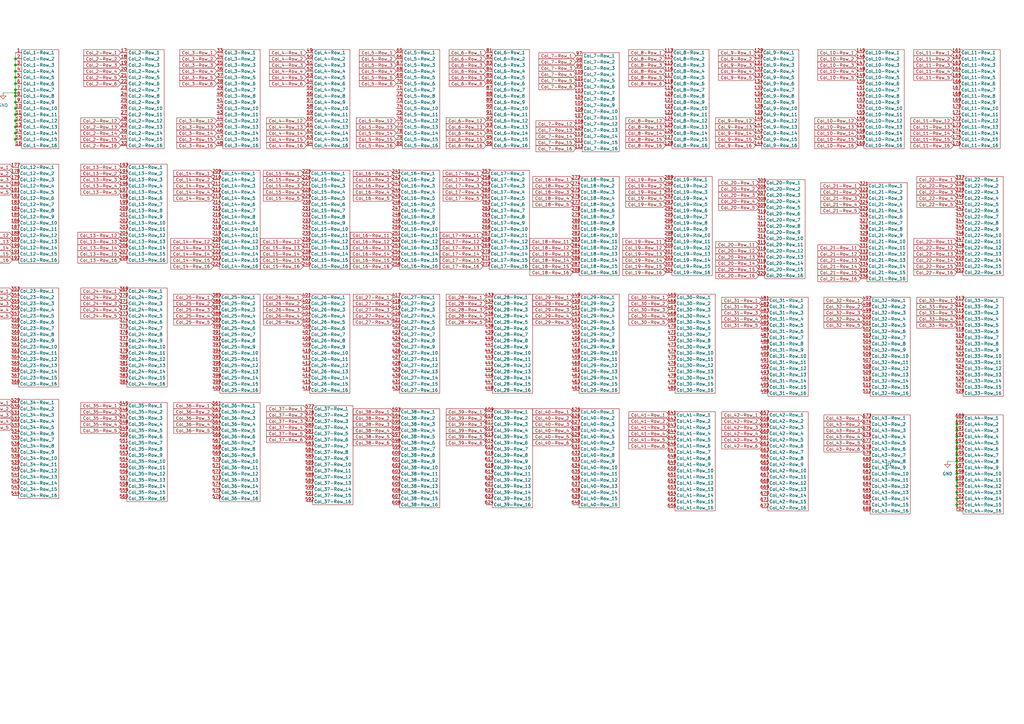
<source format=kicad_sch>
(kicad_sch (version 20231120) (generator "eeschema") (generator_version "8.0")
  (paper "A3")
  (junction (at 392.43 194.31))
  (junction (at 6.35 49.53))
  (junction (at 392.43 186.69))
  (junction (at 392.43 191.77))
  (junction (at 392.43 201.93))
  (junction (at 6.35 24.13))
  (junction (at 6.35 39.37))
  (junction (at 392.43 179.07))
  (junction (at 6.35 26.67))
  (junction (at 392.43 181.61))
  (junction (at 6.35 41.91))
  (junction (at 392.43 207.01))
  (junction (at 392.43 189.23))
  (junction (at 392.43 196.85))
  (junction (at 6.35 52.07))
  (junction (at 392.43 184.15))
  (junction (at 6.35 36.83))
  (junction (at 6.35 46.99))
  (junction (at 392.43 176.53))
  (junction (at 392.43 173.99))
  (junction (at 6.35 34.29))
  (junction (at 6.35 29.21))
  (junction (at 6.35 57.15))
  (junction (at 6.35 44.45))
  (junction (at 6.35 38.1))
  (junction (at 6.35 54.61))
  (junction (at 392.43 204.47))
  (junction (at 6.35 31.75))
  (junction (at 392.43 199.39))
  (wire (pts (xy 6.35 39.37) (xy 6.35 41.91)))
  (wire (pts (xy 392.43 179.07) (xy 392.43 181.61)))
  (wire (pts (xy 6.35 21.59) (xy 6.35 24.13)))
  (wire (pts (xy 392.43 181.61) (xy 392.43 184.15)))
  (wire (pts (xy 388.62 189.23) (xy 392.43 189.23)))
  (wire (pts (xy 392.43 184.15) (xy 392.43 186.69)))
  (wire (pts (xy 6.35 49.53) (xy 6.35 52.07)))
  (wire (pts (xy 6.35 57.15) (xy 6.35 59.69)))
  (wire (pts (xy 392.43 173.99) (xy 392.43 176.53)))
  (wire (pts (xy 392.43 194.31) (xy 392.43 196.85)))
  (wire (pts (xy 6.35 36.83) (xy 6.35 38.1)))
  (wire (pts (xy 6.35 54.61) (xy 6.35 57.15)))
  (wire (pts (xy 6.35 41.91) (xy 6.35 44.45)))
  (wire (pts (xy 392.43 201.93) (xy 392.43 204.47)))
  (wire (pts (xy 392.43 176.53) (xy 392.43 179.07)))
  (wire (pts (xy 6.35 38.1) (xy 6.35 39.37)))
  (wire (pts (xy 6.35 26.67) (xy 6.35 29.21)))
  (wire (pts (xy 6.35 31.75) (xy 6.35 34.29)))
  (wire (pts (xy 392.43 207.01) (xy 392.43 209.55)))
  (wire (pts (xy 392.43 171.45) (xy 392.43 173.99)))
  (wire (pts (xy 6.35 46.99) (xy 6.35 49.53)))
  (wire (pts (xy 6.35 24.13) (xy 6.35 26.67)))
  (wire (pts (xy 6.35 29.21) (xy 6.35 31.75)))
  (wire (pts (xy 392.43 186.69) (xy 392.43 189.23)))
  (wire (pts (xy 392.43 191.77) (xy 392.43 194.31)))
  (wire (pts (xy 6.35 34.29) (xy 6.35 36.83)))
  (wire (pts (xy 392.43 204.47) (xy 392.43 207.01)))
  (wire (pts (xy 6.35 38.1) (xy 1.27 38.1)))
  (wire (pts (xy 392.43 196.85) (xy 392.43 199.39)))
  (wire (pts (xy 6.35 44.45) (xy 6.35 46.99)))
  (wire (pts (xy 392.43 199.39) (xy 392.43 201.93)))
  (wire (pts (xy 6.35 52.07) (xy 6.35 54.61)))
  (wire (pts (xy 392.43 189.23) (xy 392.43 191.77)))
  (global_label "Col_33-Row_3" (shape input) (at 392.43 128.27 180) (property "Intersheetrefs" "${INTERSHEET_REFS}" (effects (hide yes))))
  (global_label "Col_21-Row_1" (shape input) (at 353.06 76.2 180) (property "Intersheetrefs" "${INTERSHEET_REFS}" (effects (hide yes))))
  (global_label "Col_13-Row_14" (shape input) (at 49.53 101.6 180) (property "Intersheetrefs" "${INTERSHEET_REFS}" (effects (hide yes))))
  (global_label "Col_3-Row_1" (shape input) (at 88.9 21.59 180) (property "Intersheetrefs" "${INTERSHEET_REFS}" (effects (hide yes))))
  (global_label "Col_4-Row_2" (shape input) (at 125.73 24.13 180) (property "Intersheetrefs" "${INTERSHEET_REFS}" (effects (hide yes))))
  (global_label "Col_26-Row_4" (shape input) (at 124.46 129.54 180) (property "Intersheetrefs" "${INTERSHEET_REFS}" (effects (hide yes))))
  (global_label "Col_23-Row_2" (shape input) (at 5.08 121.92 180) (property "Intersheetrefs" "${INTERSHEET_REFS}" (effects (hide yes))))
  (global_label "Col_17-Row_12" (shape input) (at 198.12 99.06 180) (property "Intersheetrefs" "${INTERSHEET_REFS}" (effects (hide yes))))
  (global_label "Col_12-Row_5" (shape input) (at 5.08 78.74 180) (property "Intersheetrefs" "${INTERSHEET_REFS}" (effects (hide yes))))
  (global_label "Col_21-Row_2" (shape input) (at 353.06 78.74 180) (property "Intersheetrefs" "${INTERSHEET_REFS}" (effects (hide yes))))
  (global_label "Col_7-Row_16" (shape input) (at 236.22 60.96 180) (property "Intersheetrefs" "${INTERSHEET_REFS}" (effects (hide yes))))
  (global_label "Col_22-Row_14" (shape input) (at 392.43 106.68 180) (property "Intersheetrefs" "${INTERSHEET_REFS}" (effects (hide yes))))
  (global_label "Col_37-Row_4" (shape input) (at 125.73 175.26 180) (property "Intersheetrefs" "${INTERSHEET_REFS}" (effects (hide yes))))
  (global_label "Col_11-Row_2" (shape input) (at 391.16 24.13 180) (property "Intersheetrefs" "${INTERSHEET_REFS}" (effects (hide yes))))
  (global_label "Col_20-Row_2" (shape input) (at 311.15 77.47 180) (property "Intersheetrefs" "${INTERSHEET_REFS}" (effects (hide yes))))
  (global_label "Col_10-Row_1" (shape input) (at 351.79 21.59 180) (property "Intersheetrefs" "${INTERSHEET_REFS}" (effects (hide yes))))
  (global_label "Col_10-Row_4" (shape input) (at 351.79 29.21 180) (property "Intersheetrefs" "${INTERSHEET_REFS}" (effects (hide yes))))
  (global_label "Col_20-Row_16" (shape input) (at 311.15 113.03 180) (property "Intersheetrefs" "${INTERSHEET_REFS}" (effects (hide yes))))
  (global_label "Col_8-Row_2" (shape input) (at 273.05 24.13 180) (property "Intersheetrefs" "${INTERSHEET_REFS}" (effects (hide yes))))
  (global_label "Col_22-Row_16" (shape input) (at 392.43 111.76 180) (property "Intersheetrefs" "${INTERSHEET_REFS}" (effects (hide yes))))
  (global_label "Col_22-Row_1" (shape input) (at 392.43 73.66 180) (property "Intersheetrefs" "${INTERSHEET_REFS}" (effects (hide yes))))
  (global_label "Col_32-Row_1" (shape input) (at 354.33 123.19 180) (property "Intersheetrefs" "${INTERSHEET_REFS}" (effects (hide yes))))
  (global_label "Col_30-Row_4" (shape input) (at 274.32 129.54 180) (property "Intersheetrefs" "${INTERSHEET_REFS}" (effects (hide yes))))
  (global_label "Col_20-Row_5" (shape input) (at 311.15 85.09 180) (property "Intersheetrefs" "${INTERSHEET_REFS}" (effects (hide yes))))
  (global_label "Col_24-Row_1" (shape input) (at 49.53 119.38 180) (property "Intersheetrefs" "${INTERSHEET_REFS}" (effects (hide yes))))
  (global_label "Col_6-Row_16" (shape input) (at 199.39 59.69 180) (property "Intersheetrefs" "${INTERSHEET_REFS}" (effects (hide yes))))
  (global_label "Col_5-Row_5" (shape input) (at 162.56 31.75 180) (property "Intersheetrefs" "${INTERSHEET_REFS}" (effects (hide yes))))
  (global_label "Col_18-Row_1" (shape input) (at 234.95 73.66 180) (property "Intersheetrefs" "${INTERSHEET_REFS}" (effects (hide yes))))
  (global_label "Col_32-Row_5" (shape input) (at 354.33 133.35 180) (property "Intersheetrefs" "${INTERSHEET_REFS}" (effects (hide yes))))
  (global_label "Col_32-Row_2" (shape input) (at 354.33 125.73 180) (property "Intersheetrefs" "${INTERSHEET_REFS}" (effects (hide yes))))
  (global_label "Col_26-Row_5" (shape input) (at 124.46 132.08 180) (property "Intersheetrefs" "${INTERSHEET_REFS}" (effects (hide yes))))
  (global_label "Col_23-Row_3" (shape input) (at 5.08 124.46 180) (property "Intersheetrefs" "${INTERSHEET_REFS}" (effects (hide yes))))
  (global_label "Col_10-Row_3" (shape input) (at 351.79 26.67 180) (property "Intersheetrefs" "${INTERSHEET_REFS}" (effects (hide yes))))
  (global_label "Col_18-Row_11" (shape input) (at 234.95 99.06 180) (property "Intersheetrefs" "${INTERSHEET_REFS}" (effects (hide yes))))
  (global_label "Col_7-Row_2" (shape input) (at 236.22 25.4 180) (property "Intersheetrefs" "${INTERSHEET_REFS}" (effects (hide yes))))
  (global_label "Col_42-Row_2" (shape input) (at 312.42 172.72 180) (property "Intersheetrefs" "${INTERSHEET_REFS}" (effects (hide yes))))
  (global_label "Col_9-Row_12" (shape input) (at 309.88 49.53 180) (property "Intersheetrefs" "${INTERSHEET_REFS}" (effects (hide yes))))
  (global_label "Col_34-Row_2" (shape input) (at 5.08 167.64 180) (property "Intersheetrefs" "${INTERSHEET_REFS}" (effects (hide yes))))
  (global_label "Col_43-Row_4" (shape input) (at 354.33 179.07 180) (property "Intersheetrefs" "${INTERSHEET_REFS}" (effects (hide yes))))
  (global_label "Col_39-Row_1" (shape input) (at 199.39 168.91 180) (property "Intersheetrefs" "${INTERSHEET_REFS}" (effects (hide yes))))
  (global_label "Col_4-Row_5" (shape input) (at 125.73 31.75 180) (property "Intersheetrefs" "${INTERSHEET_REFS}" (effects (hide yes))))
  (global_label "Col_39-Row_3" (shape input) (at 199.39 173.99 180) (property "Intersheetrefs" "${INTERSHEET_REFS}" (effects (hide yes))))
  (global_label "Col_21-Row_16" (shape input) (at 353.06 114.3 180) (property "Intersheetrefs" "${INTERSHEET_REFS}" (effects (hide yes))))
  (global_label "Col_21-Row_12" (shape input) (at 353.06 104.14 180) (property "Intersheetrefs" "${INTERSHEET_REFS}" (effects (hide yes))))
  (global_label "Col_33-Row_2" (shape input) (at 392.43 125.73 180) (property "Intersheetrefs" "${INTERSHEET_REFS}" (effects (hide yes))))
  (global_label "Col_4-Row_12" (shape input) (at 125.73 49.53 180) (property "Intersheetrefs" "${INTERSHEET_REFS}" (effects (hide yes))))
  (global_label "Col_19-Row_3" (shape input) (at 273.05 73.66 180) (property "Intersheetrefs" "${INTERSHEET_REFS}" (effects (hide yes))))
  (global_label "Col_17-Row_2" (shape input) (at 198.12 73.66 180) (property "Intersheetrefs" "${INTERSHEET_REFS}" (effects (hide yes))))
  (global_label "Col_18-Row_2" (shape input) (at 234.95 76.2 180) (property "Intersheetrefs" "${INTERSHEET_REFS}" (effects (hide yes))))
  (global_label "Col_9-Row_1" (shape input) (at 309.88 21.59 180) (property "Intersheetrefs" "${INTERSHEET_REFS}" (effects (hide yes))))
  (global_label "Col_7-Row_6" (shape input) (at 236.22 35.56 180) (property "Intersheetrefs" "${INTERSHEET_REFS}" (effects (hide yes))))
  (global_label "Col_32-Row_4" (shape input) (at 354.33 130.81 180) (property "Intersheetrefs" "${INTERSHEET_REFS}" (effects (hide yes))))
  (global_label "Col_15-Row_13" (shape input) (at 124.46 101.6 180) (property "Intersheetrefs" "${INTERSHEET_REFS}" (effects (hide yes))))
  (global_label "Col_5-Row_12" (shape input) (at 162.56 49.53 180) (property "Intersheetrefs" "${INTERSHEET_REFS}" (effects (hide yes))))
  (global_label "Col_17-Row_5" (shape input) (at 198.12 81.28 180) (property "Intersheetrefs" "${INTERSHEET_REFS}" (effects (hide yes))))
  (global_label "Col_12-Row_2" (shape input) (at 5.08 71.12 180) (property "Intersheetrefs" "${INTERSHEET_REFS}" (effects (hide yes))))
  (global_label "Col_20-Row_15" (shape input) (at 311.15 110.49 180) (property "Intersheetrefs" "${INTERSHEET_REFS}" (effects (hide yes))))
  (global_label "Col_35-Row_2" (shape input) (at 49.53 168.91 180) (property "Intersheetrefs" "${INTERSHEET_REFS}" (effects (hide yes))))
  (global_label "Col_29-Row_4" (shape input) (at 234.95 129.54 180) (property "Intersheetrefs" "${INTERSHEET_REFS}" (effects (hide yes))))
  (global_label "Col_39-Row_6" (shape input) (at 199.39 181.61 180) (property "Intersheetrefs" "${INTERSHEET_REFS}" (effects (hide yes))))
  (global_label "Col_14-Row_3" (shape input) (at 87.63 76.2 180) (property "Intersheetrefs" "${INTERSHEET_REFS}" (effects (hide yes))))
  (global_label "Col_3-Row_4" (shape input) (at 88.9 29.21 180) (property "Intersheetrefs" "${INTERSHEET_REFS}" (effects (hide yes))))
  (global_label "Col_13-Row_16" (shape input) (at 49.53 106.68 180) (property "Intersheetrefs" "${INTERSHEET_REFS}" (effects (hide yes))))
  (global_label "Col_18-Row_3" (shape input) (at 234.95 78.74 180) (property "Intersheetrefs" "${INTERSHEET_REFS}" (effects (hide yes))))
  (global_label "Col_8-Row_4" (shape input) (at 273.05 29.21 180) (property "Intersheetrefs" "${INTERSHEET_REFS}" (effects (hide yes))))
  (global_label "Col_26-Row_1" (shape input) (at 124.46 121.92 180) (property "Intersheetrefs" "${INTERSHEET_REFS}" (effects (hide yes))))
  (global_label "Col_10-Row_13" (shape input) (at 351.79 52.07 180) (property "Intersheetrefs" "${INTERSHEET_REFS}" (effects (hide yes))))
  (global_label "Col_37-Row_1" (shape input) (at 125.73 167.64 180) (property "Intersheetrefs" "${INTERSHEET_REFS}" (effects (hide yes))))
  (global_label "Col_7-Row_3" (shape input) (at 236.22 27.94 180) (property "Intersheetrefs" "${INTERSHEET_REFS}" (effects (hide yes))))
  (global_label "Col_42-Row_4" (shape input) (at 312.42 177.8 180) (property "Intersheetrefs" "${INTERSHEET_REFS}" (effects (hide yes))))
  (global_label "Col_9-Row_4" (shape input) (at 309.88 29.21 180) (property "Intersheetrefs" "${INTERSHEET_REFS}" (effects (hide yes))))
  (global_label "Col_12-Row_13" (shape input) (at 5.08 99.06 180) (property "Intersheetrefs" "${INTERSHEET_REFS}" (effects (hide yes))))
  (global_label "Col_7-Row_5" (shape input) (at 236.22 33.02 180) (property "Intersheetrefs" "${INTERSHEET_REFS}" (effects (hide yes))))
  (global_label "Col_6-Row_13" (shape input) (at 199.39 52.07 180) (property "Intersheetrefs" "${INTERSHEET_REFS}" (effects (hide yes))))
  (global_label "Col_35-Row_3" (shape input) (at 49.53 171.45 180) (property "Intersheetrefs" "${INTERSHEET_REFS}" (effects (hide yes))))
  (global_label "Col_21-Row_4" (shape input) (at 353.06 83.82 180) (property "Intersheetrefs" "${INTERSHEET_REFS}" (effects (hide yes))))
  (global_label "Col_18-Row_12" (shape input) (at 234.95 101.6 180) (property "Intersheetrefs" "${INTERSHEET_REFS}" (effects (hide yes))))
  (global_label "Col_13-Row_12" (shape input) (at 49.53 96.52 180) (property "Intersheetrefs" "${INTERSHEET_REFS}" (effects (hide yes))))
  (global_label "Col_39-Row_4" (shape input) (at 199.39 176.53 180) (property "Intersheetrefs" "${INTERSHEET_REFS}" (effects (hide yes))))
  (global_label "Col_17-Row_11" (shape input) (at 198.12 96.52 180) (property "Intersheetrefs" "${INTERSHEET_REFS}" (effects (hide yes))))
  (global_label "Col_7-Row_14" (shape input) (at 236.22 55.88 180) (property "Intersheetrefs" "${INTERSHEET_REFS}" (effects (hide yes))))
  (global_label "Col_27-Row_5" (shape input) (at 161.29 132.08 180) (property "Intersheetrefs" "${INTERSHEET_REFS}" (effects (hide yes))))
  (global_label "Col_5-Row_4" (shape input) (at 162.56 29.21 180) (property "Intersheetrefs" "${INTERSHEET_REFS}" (effects (hide yes))))
  (global_label "Col_9-Row_13" (shape input) (at 309.88 52.07 180) (property "Intersheetrefs" "${INTERSHEET_REFS}" (effects (hide yes))))
  (global_label "Col_25-Row_5" (shape input) (at 87.63 132.08 180) (property "Intersheetrefs" "${INTERSHEET_REFS}" (effects (hide yes))))
  (global_label "Col_32-Row_3" (shape input) (at 354.33 128.27 180) (property "Intersheetrefs" "${INTERSHEET_REFS}" (effects (hide yes))))
  (global_label "Col_26-Row_3" (shape input) (at 124.46 127 180) (property "Intersheetrefs" "${INTERSHEET_REFS}" (effects (hide yes))))
  (global_label "Col_5-Row_16" (shape input) (at 162.56 59.69 180) (property "Intersheetrefs" "${INTERSHEET_REFS}" (effects (hide yes))))
  (global_label "Col_2-Row_1" (shape input) (at 49.53 21.59 180) (property "Intersheetrefs" "${INTERSHEET_REFS}" (effects (hide yes))))
  (global_label "Col_41-Row_1" (shape input) (at 274.32 170.18 180) (property "Intersheetrefs" "${INTERSHEET_REFS}" (effects (hide yes))))
  (global_label "Col_19-Row_5" (shape input) (at 273.05 83.82 180) (property "Intersheetrefs" "${INTERSHEET_REFS}" (effects (hide yes))))
  (global_label "Col_22-Row_3" (shape input) (at 392.43 78.74 180) (property "Intersheetrefs" "${INTERSHEET_REFS}" (effects (hide yes))))
  (global_label "Col_2-Row_2" (shape input) (at 49.53 24.13 180) (property "Intersheetrefs" "${INTERSHEET_REFS}" (effects (hide yes))))
  (global_label "Col_27-Row_2" (shape input) (at 161.29 124.46 180) (property "Intersheetrefs" "${INTERSHEET_REFS}" (effects (hide yes))))
  (global_label "Col_29-Row_5" (shape input) (at 234.95 132.08 180) (property "Intersheetrefs" "${INTERSHEET_REFS}" (effects (hide yes))))
  (global_label "Col_4-Row_6" (shape input) (at 125.73 34.29 180) (property "Intersheetrefs" "${INTERSHEET_REFS}" (effects (hide yes))))
  (global_label "Col_6-Row_14" (shape input) (at 199.39 54.61 180) (property "Intersheetrefs" "${INTERSHEET_REFS}" (effects (hide yes))))
  (global_label "Col_42-Row_6" (shape input) (at 312.42 182.88 180) (property "Intersheetrefs" "${INTERSHEET_REFS}" (effects (hide yes))))
  (global_label "Col_40-Row_6" (shape input) (at 234.95 181.61 180) (property "Intersheetrefs" "${INTERSHEET_REFS}" (effects (hide yes))))
  (global_label "Col_41-Row_4" (shape input) (at 274.32 177.8 180) (property "Intersheetrefs" "${INTERSHEET_REFS}" (effects (hide yes))))
  (global_label "Col_16-Row_2" (shape input) (at 161.29 73.66 180) (property "Intersheetrefs" "${INTERSHEET_REFS}" (effects (hide yes))))
  (global_label "Col_6-Row_2" (shape input) (at 199.39 24.13 180) (property "Intersheetrefs" "${INTERSHEET_REFS}" (effects (hide yes))))
  (global_label "Col_10-Row_2" (shape input) (at 351.79 24.13 180) (property "Intersheetrefs" "${INTERSHEET_REFS}" (effects (hide yes))))
  (global_label "Col_9-Row_14" (shape input) (at 309.88 54.61 180) (property "Intersheetrefs" "${INTERSHEET_REFS}" (effects (hide yes))))
  (global_label "Col_14-Row_15" (shape input) (at 87.63 106.68 180) (property "Intersheetrefs" "${INTERSHEET_REFS}" (effects (hide yes))))
  (global_label "Col_40-Row_2" (shape input) (at 234.95 171.45 180) (property "Intersheetrefs" "${INTERSHEET_REFS}" (effects (hide yes))))
  (global_label "Col_3-Row_14" (shape input) (at 88.9 54.61 180) (property "Intersheetrefs" "${INTERSHEET_REFS}" (effects (hide yes))))
  (global_label "Col_28-Row_3" (shape input) (at 199.39 127 180) (property "Intersheetrefs" "${INTERSHEET_REFS}" (effects (hide yes))))
  (global_label "Col_7-Row_15" (shape input) (at 236.22 58.42 180) (property "Intersheetrefs" "${INTERSHEET_REFS}" (effects (hide yes))))
  (global_label "Col_12-Row_4" (shape input) (at 5.08 76.2 180) (property "Intersheetrefs" "${INTERSHEET_REFS}" (effects (hide yes))))
  (global_label "Col_14-Row_13" (shape input) (at 87.63 101.6 180) (property "Intersheetrefs" "${INTERSHEET_REFS}" (effects (hide yes))))
  (global_label "Col_11-Row_14" (shape input) (at 391.16 54.61 180) (property "Intersheetrefs" "${INTERSHEET_REFS}" (effects (hide yes))))
  (global_label "Col_37-Row_2" (shape input) (at 125.73 170.18 180) (property "Intersheetrefs" "${INTERSHEET_REFS}" (effects (hide yes))))
  (global_label "Col_18-Row_13" (shape input) (at 234.95 104.14 180) (property "Intersheetrefs" "${INTERSHEET_REFS}" (effects (hide yes))))
  (global_label "Col_16-Row_11" (shape input) (at 161.29 96.52 180) (property "Intersheetrefs" "${INTERSHEET_REFS}" (effects (hide yes))))
  (global_label "Col_29-Row_2" (shape input) (at 234.95 124.46 180) (property "Intersheetrefs" "${INTERSHEET_REFS}" (effects (hide yes))))
  (global_label "Col_43-Row_6" (shape input) (at 354.33 184.15 180) (property "Intersheetrefs" "${INTERSHEET_REFS}" (effects (hide yes))))
  (global_label "Col_28-Row_1" (shape input) (at 199.39 121.92 180) (property "Intersheetrefs" "${INTERSHEET_REFS}" (effects (hide yes))))
  (global_label "Col_8-Row_12" (shape input) (at 273.05 49.53 180) (property "Intersheetrefs" "${INTERSHEET_REFS}" (effects (hide yes))))
  (global_label "Col_23-Row_5" (shape input) (at 5.08 129.54 180) (property "Intersheetrefs" "${INTERSHEET_REFS}" (effects (hide yes))))
  (global_label "Col_22-Row_2" (shape input) (at 392.43 76.2 180) (property "Intersheetrefs" "${INTERSHEET_REFS}" (effects (hide yes))))
  (global_label "Col_34-Row_4" (shape input) (at 5.08 172.72 180) (property "Intersheetrefs" "${INTERSHEET_REFS}" (effects (hide yes))))
  (global_label "Col_11-Row_16" (shape input) (at 391.16 59.69 180) (property "Intersheetrefs" "${INTERSHEET_REFS}" (effects (hide yes))))
  (global_label "Col_28-Row_4" (shape input) (at 199.39 129.54 180) (property "Intersheetrefs" "${INTERSHEET_REFS}" (effects (hide yes))))
  (global_label "Col_22-Row_13" (shape input) (at 392.43 104.14 180) (property "Intersheetrefs" "${INTERSHEET_REFS}" (effects (hide yes))))
  (global_label "Col_13-Row_4" (shape input) (at 49.53 76.2 180) (property "Intersheetrefs" "${INTERSHEET_REFS}" (effects (hide yes))))
  (global_label "Col_30-Row_3" (shape input) (at 274.32 127 180) (property "Intersheetrefs" "${INTERSHEET_REFS}" (effects (hide yes))))
  (global_label "Col_14-Row_2" (shape input) (at 87.63 73.66 180) (property "Intersheetrefs" "${INTERSHEET_REFS}" (effects (hide yes))))
  (global_label "Col_31-Row_2" (shape input) (at 312.42 125.73 180) (property "Intersheetrefs" "${INTERSHEET_REFS}" (effects (hide yes))))
  (global_label "Col_33-Row_4" (shape input) (at 392.43 130.81 180) (property "Intersheetrefs" "${INTERSHEET_REFS}" (effects (hide yes))))
  (global_label "Col_17-Row_14" (shape input) (at 198.12 104.14 180) (property "Intersheetrefs" "${INTERSHEET_REFS}" (effects (hide yes))))
  (global_label "Col_38-Row_1" (shape input) (at 161.29 168.91 180) (property "Intersheetrefs" "${INTERSHEET_REFS}" (effects (hide yes))))
  (global_label "Col_16-Row_12" (shape input) (at 161.29 99.06 180) (property "Intersheetrefs" "${INTERSHEET_REFS}" (effects (hide yes))))
  (global_label "Col_21-Row_14" (shape input) (at 353.06 109.22 180) (property "Intersheetrefs" "${INTERSHEET_REFS}" (effects (hide yes))))
  (global_label "Col_38-Row_3" (shape input) (at 161.29 173.99 180) (property "Intersheetrefs" "${INTERSHEET_REFS}" (effects (hide yes))))
  (global_label "Col_29-Row_1" (shape input) (at 234.95 121.92 180) (property "Intersheetrefs" "${INTERSHEET_REFS}" (effects (hide yes))))
  (global_label "Col_11-Row_5" (shape input) (at 391.16 31.75 180) (property "Intersheetrefs" "${INTERSHEET_REFS}" (effects (hide yes))))
  (global_label "Col_23-Row_1" (shape input) (at 5.08 119.38 180) (property "Intersheetrefs" "${INTERSHEET_REFS}" (effects (hide yes))))
  (global_label "Col_9-Row_3" (shape input) (at 309.88 26.67 180) (property "Intersheetrefs" "${INTERSHEET_REFS}" (effects (hide yes))))
  (global_label "Col_19-Row_14" (shape input) (at 273.05 106.68 180) (property "Intersheetrefs" "${INTERSHEET_REFS}" (effects (hide yes))))
  (global_label "Col_37-Row_3" (shape input) (at 125.73 172.72 180) (property "Intersheetrefs" "${INTERSHEET_REFS}" (effects (hide yes))))
  (global_label "Col_11-Row_12" (shape input) (at 391.16 49.53 180) (property "Intersheetrefs" "${INTERSHEET_REFS}" (effects (hide yes))))
  (global_label "Col_6-Row_15" (shape input) (at 199.39 57.15 180) (property "Intersheetrefs" "${INTERSHEET_REFS}" (effects (hide yes))))
  (global_label "Col_21-Row_15" (shape input) (at 353.06 111.76 180) (property "Intersheetrefs" "${INTERSHEET_REFS}" (effects (hide yes))))
  (global_label "Col_21-Row_13" (shape input) (at 353.06 106.68 180) (property "Intersheetrefs" "${INTERSHEET_REFS}" (effects (hide yes))))
  (global_label "Col_22-Row_11" (shape input) (at 392.43 99.06 180) (property "Intersheetrefs" "${INTERSHEET_REFS}" (effects (hide yes))))
  (global_label "Col_21-Row_3" (shape input) (at 353.06 81.28 180) (property "Intersheetrefs" "${INTERSHEET_REFS}" (effects (hide yes))))
  (global_label "Col_14-Row_4" (shape input) (at 87.63 78.74 180) (property "Intersheetrefs" "${INTERSHEET_REFS}" (effects (hide yes))))
  (global_label "Col_17-Row_1" (shape input) (at 198.12 71.12 180) (property "Intersheetrefs" "${INTERSHEET_REFS}" (effects (hide yes))))
  (global_label "Col_25-Row_3" (shape input) (at 87.63 127 180) (property "Intersheetrefs" "${INTERSHEET_REFS}" (effects (hide yes))))
  (global_label "Col_8-Row_6" (shape input) (at 273.05 34.29 180) (property "Intersheetrefs" "${INTERSHEET_REFS}" (effects (hide yes))))
  (global_label "Col_20-Row_11" (shape input) (at 311.15 100.33 180) (property "Intersheetrefs" "${INTERSHEET_REFS}" (effects (hide yes))))
  (global_label "Col_22-Row_5" (shape input) (at 392.43 83.82 180) (property "Intersheetrefs" "${INTERSHEET_REFS}" (effects (hide yes))))
  (global_label "Col_30-Row_5" (shape input) (at 274.32 132.08 180) (property "Intersheetrefs" "${INTERSHEET_REFS}" (effects (hide yes))))
  (global_label "Col_14-Row_1" (shape input) (at 87.63 71.12 180) (property "Intersheetrefs" "${INTERSHEET_REFS}" (effects (hide yes))))
  (global_label "Col_19-Row_11" (shape input) (at 273.05 99.06 180) (property "Intersheetrefs" "${INTERSHEET_REFS}" (effects (hide yes))))
  (global_label "Col_13-Row_3" (shape input) (at 49.53 73.66 180) (property "Intersheetrefs" "${INTERSHEET_REFS}" (effects (hide yes))))
  (global_label "Col_19-Row_13" (shape input) (at 273.05 104.14 180) (property "Intersheetrefs" "${INTERSHEET_REFS}" (effects (hide yes))))
  (global_label "Col_13-Row_1" (shape input) (at 49.53 68.58 180) (property "Intersheetrefs" "${INTERSHEET_REFS}" (effects (hide yes))))
  (global_label "Col_2-Row_16" (shape input) (at 49.53 59.69 180) (property "Intersheetrefs" "${INTERSHEET_REFS}" (effects (hide yes))))
  (global_label "Col_20-Row_13" (shape input) (at 311.15 105.41 180) (property "Intersheetrefs" "${INTERSHEET_REFS}" (effects (hide yes))))
  (global_label "Col_4-Row_1" (shape input) (at 125.73 21.59 180) (property "Intersheetrefs" "${INTERSHEET_REFS}" (effects (hide yes))))
  (global_label "Col_17-Row_4" (shape input) (at 198.12 78.74 180) (property "Intersheetrefs" "${INTERSHEET_REFS}" (effects (hide yes))))
  (global_label "Col_6-Row_12" (shape input) (at 199.39 49.53 180) (property "Intersheetrefs" "${INTERSHEET_REFS}" (effects (hide yes))))
  (global_label "Col_4-Row_14" (shape input) (at 125.73 54.61 180) (property "Intersheetrefs" "${INTERSHEET_REFS}" (effects (hide yes))))
  (global_label "Col_13-Row_15" (shape input) (at 49.53 104.14 180) (property "Intersheetrefs" "${INTERSHEET_REFS}" (effects (hide yes))))
  (global_label "Col_12-Row_16" (shape input) (at 5.08 106.68 180) (property "Intersheetrefs" "${INTERSHEET_REFS}" (effects (hide yes))))
  (global_label "Col_19-Row_1" (shape input) (at 273.05 78.74 180) (property "Intersheetrefs" "${INTERSHEET_REFS}" (effects (hide yes))))
  (global_label "Col_13-Row_2" (shape input) (at 49.53 71.12 180) (property "Intersheetrefs" "${INTERSHEET_REFS}" (effects (hide yes))))
  (global_label "Col_17-Row_3" (shape input) (at 198.12 76.2 180) (property "Intersheetrefs" "${INTERSHEET_REFS}" (effects (hide yes))))
  (global_label "Col_12-Row_15" (shape input) (at 5.08 104.14 180) (property "Intersheetrefs" "${INTERSHEET_REFS}" (effects (hide yes))))
  (global_label "Col_4-Row_13" (shape input) (at 125.73 52.07 180) (property "Intersheetrefs" "${INTERSHEET_REFS}" (effects (hide yes))))
  (global_label "Col_40-Row_5" (shape input) (at 234.95 179.07 180) (property "Intersheetrefs" "${INTERSHEET_REFS}" (effects (hide yes))))
  (global_label "Col_36-Row_4" (shape input) (at 87.63 173.99 180) (property "Intersheetrefs" "${INTERSHEET_REFS}" (effects (hide yes))))
  (global_label "Col_19-Row_2" (shape input) (at 273.05 76.2 180) (property "Intersheetrefs" "${INTERSHEET_REFS}" (effects (hide yes))))
  (global_label "Col_6-Row_3" (shape input) (at 199.39 26.67 180) (property "Intersheetrefs" "${INTERSHEET_REFS}" (effects (hide yes))))
  (global_label "Col_43-Row_3" (shape input) (at 354.33 176.53 180) (property "Intersheetrefs" "${INTERSHEET_REFS}" (effects (hide yes))))
  (global_label "Col_8-Row_13" (shape input) (at 273.05 52.07 180) (property "Intersheetrefs" "${INTERSHEET_REFS}" (effects (hide yes))))
  (global_label "Col_3-Row_16" (shape input) (at 88.9 59.69 180) (property "Intersheetrefs" "${INTERSHEET_REFS}" (effects (hide yes))))
  (global_label "Col_21-Row_11" (shape input) (at 353.06 101.6 180) (property "Intersheetrefs" "${INTERSHEET_REFS}" (effects (hide yes))))
  (global_label "Col_2-Row_6" (shape input) (at 49.53 34.29 180) (property "Intersheetrefs" "${INTERSHEET_REFS}" (effects (hide yes))))
  (global_label "Col_3-Row_13" (shape input) (at 88.9 52.07 180) (property "Intersheetrefs" "${INTERSHEET_REFS}" (effects (hide yes))))
  (global_label "Col_39-Row_5" (shape input) (at 199.39 179.07 180) (property "Intersheetrefs" "${INTERSHEET_REFS}" (effects (hide yes))))
  (global_label "Col_18-Row_16" (shape input) (at 234.95 111.76 180) (property "Intersheetrefs" "${INTERSHEET_REFS}" (effects (hide yes))))
  (global_label "Col_31-Row_5" (shape input) (at 312.42 133.35 180) (property "Intersheetrefs" "${INTERSHEET_REFS}" (effects (hide yes))))
  (global_label "Col_35-Row_4" (shape input) (at 49.53 173.99 180) (property "Intersheetrefs" "${INTERSHEET_REFS}" (effects (hide yes))))
  (global_label "Col_17-Row_13" (shape input) (at 198.12 101.6 180) (property "Intersheetrefs" "${INTERSHEET_REFS}" (effects (hide yes))))
  (global_label "Col_40-Row_1" (shape input) (at 234.95 168.91 180) (property "Intersheetrefs" "${INTERSHEET_REFS}" (effects (hide yes))))
  (global_label "Col_24-Row_4" (shape input) (at 49.53 127 180) (property "Intersheetrefs" "${INTERSHEET_REFS}" (effects (hide yes))))
  (global_label "Col_18-Row_4" (shape input) (at 234.95 81.28 180) (property "Intersheetrefs" "${INTERSHEET_REFS}" (effects (hide yes))))
  (global_label "Col_41-Row_2" (shape input) (at 274.32 172.72 180) (property "Intersheetrefs" "${INTERSHEET_REFS}" (effects (hide yes))))
  (global_label "Col_8-Row_15" (shape input) (at 273.05 57.15 180) (property "Intersheetrefs" "${INTERSHEET_REFS}" (effects (hide yes))))
  (global_label "Col_36-Row_2" (shape input) (at 87.63 168.91 180) (property "Intersheetrefs" "${INTERSHEET_REFS}" (effects (hide yes))))
  (global_label "Col_19-Row_16" (shape input) (at 273.05 111.76 180) (property "Intersheetrefs" "${INTERSHEET_REFS}" (effects (hide yes))))
  (global_label "Col_6-Row_1" (shape input) (at 199.39 21.59 180) (property "Intersheetrefs" "${INTERSHEET_REFS}" (effects (hide yes))))
  (global_label "Col_31-Row_1" (shape input) (at 312.42 123.19 180) (property "Intersheetrefs" "${INTERSHEET_REFS}" (effects (hide yes))))
  (global_label "Col_3-Row_2" (shape input) (at 88.9 24.13 180) (property "Intersheetrefs" "${INTERSHEET_REFS}" (effects (hide yes))))
  (global_label "Col_21-Row_5" (shape input) (at 353.06 86.36 180) (property "Intersheetrefs" "${INTERSHEET_REFS}" (effects (hide yes))))
  (global_label "Col_20-Row_4" (shape input) (at 311.15 82.55 180) (property "Intersheetrefs" "${INTERSHEET_REFS}" (effects (hide yes))))
  (global_label "Col_27-Row_3" (shape input) (at 161.29 127 180) (property "Intersheetrefs" "${INTERSHEET_REFS}" (effects (hide yes))))
  (global_label "Col_37-Row_6" (shape input) (at 125.73 180.34 180) (property "Intersheetrefs" "${INTERSHEET_REFS}" (effects (hide yes))))
  (global_label "Col_17-Row_16" (shape input) (at 198.12 109.22 180) (property "Intersheetrefs" "${INTERSHEET_REFS}" (effects (hide yes))))
  (global_label "Col_33-Row_1" (shape input) (at 392.43 123.19 180) (property "Intersheetrefs" "${INTERSHEET_REFS}" (effects (hide yes))))
  (global_label "Col_22-Row_4" (shape input) (at 392.43 81.28 180) (property "Intersheetrefs" "${INTERSHEET_REFS}" (effects (hide yes))))
  (global_label "Col_16-Row_14" (shape input) (at 161.29 104.14 180) (property "Intersheetrefs" "${INTERSHEET_REFS}" (effects (hide yes))))
  (global_label "Col_14-Row_12" (shape input) (at 87.63 99.06 180) (property "Intersheetrefs" "${INTERSHEET_REFS}" (effects (hide yes))))
  (global_label "Col_4-Row_3" (shape input) (at 125.73 26.67 180) (property "Intersheetrefs" "${INTERSHEET_REFS}" (effects (hide yes))))
  (global_label "Col_40-Row_3" (shape input) (at 234.95 173.99 180) (property "Intersheetrefs" "${INTERSHEET_REFS}" (effects (hide yes))))
  (global_label "Col_11-Row_1" (shape input) (at 391.16 21.59 180) (property "Intersheetrefs" "${INTERSHEET_REFS}" (effects (hide yes))))
  (global_label "Col_10-Row_12" (shape input) (at 351.79 49.53 180) (property "Intersheetrefs" "${INTERSHEET_REFS}" (effects (hide yes))))
  (global_label "Col_18-Row_5" (shape input) (at 234.95 83.82 180) (property "Intersheetrefs" "${INTERSHEET_REFS}" (effects (hide yes))))
  (global_label "Col_15-Row_14" (shape input) (at 124.46 104.14 180) (property "Intersheetrefs" "${INTERSHEET_REFS}" (effects (hide yes))))
  (global_label "Col_15-Row_4" (shape input) (at 124.46 78.74 180) (property "Intersheetrefs" "${INTERSHEET_REFS}" (effects (hide yes))))
  (global_label "Col_35-Row_1" (shape input) (at 49.53 166.37 180) (property "Intersheetrefs" "${INTERSHEET_REFS}" (effects (hide yes))))
  (global_label "Col_34-Row_1" (shape input) (at 5.08 165.1 180) (property "Intersheetrefs" "${INTERSHEET_REFS}" (effects (hide yes))))
  (global_label "Col_2-Row_12" (shape input) (at 49.53 49.53 180) (property "Intersheetrefs" "${INTERSHEET_REFS}" (effects (hide yes))))
  (global_label "Col_14-Row_14" (shape input) (at 87.63 104.14 180) (property "Intersheetrefs" "${INTERSHEET_REFS}" (effects (hide yes))))
  (global_label "Col_5-Row_13" (shape input) (at 162.56 52.07 180) (property "Intersheetrefs" "${INTERSHEET_REFS}" (effects (hide yes))))
  (global_label "Col_12-Row_3" (shape input) (at 5.08 73.66 180) (property "Intersheetrefs" "${INTERSHEET_REFS}" (effects (hide yes))))
  (global_label "Col_29-Row_3" (shape input) (at 234.95 127 180) (property "Intersheetrefs" "${INTERSHEET_REFS}" (effects (hide yes))))
  (global_label "Col_24-Row_5" (shape input) (at 49.53 129.54 180) (property "Intersheetrefs" "${INTERSHEET_REFS}" (effects (hide yes))))
  (global_label "Col_23-Row_4" (shape input) (at 5.08 127 180) (property "Intersheetrefs" "${INTERSHEET_REFS}" (effects (hide yes))))
  (global_label "Col_6-Row_5" (shape input) (at 199.39 31.75 180) (property "Intersheetrefs" "${INTERSHEET_REFS}" (effects (hide yes))))
  (global_label "Col_15-Row_3" (shape input) (at 124.46 76.2 180) (property "Intersheetrefs" "${INTERSHEET_REFS}" (effects (hide yes))))
  (global_label "Col_5-Row_14" (shape input) (at 162.56 54.61 180) (property "Intersheetrefs" "${INTERSHEET_REFS}" (effects (hide yes))))
  (global_label "Col_39-Row_2" (shape input) (at 199.39 171.45 180) (property "Intersheetrefs" "${INTERSHEET_REFS}" (effects (hide yes))))
  (global_label "Col_5-Row_1" (shape input) (at 162.56 21.59 180) (property "Intersheetrefs" "${INTERSHEET_REFS}" (effects (hide yes))))
  (global_label "Col_5-Row_15" (shape input) (at 162.56 57.15 180) (property "Intersheetrefs" "${INTERSHEET_REFS}" (effects (hide yes))))
  (global_label "Col_16-Row_3" (shape input) (at 161.29 76.2 180) (property "Intersheetrefs" "${INTERSHEET_REFS}" (effects (hide yes))))
  (global_label "Col_11-Row_15" (shape input) (at 391.16 57.15 180) (property "Intersheetrefs" "${INTERSHEET_REFS}" (effects (hide yes))))
  (global_label "Col_15-Row_2" (shape input) (at 124.46 73.66 180) (property "Intersheetrefs" "${INTERSHEET_REFS}" (effects (hide yes))))
  (global_label "Col_17-Row_15" (shape input) (at 198.12 106.68 180) (property "Intersheetrefs" "${INTERSHEET_REFS}" (effects (hide yes))))
  (global_label "Col_36-Row_5" (shape input) (at 87.63 176.53 180) (property "Intersheetrefs" "${INTERSHEET_REFS}" (effects (hide yes))))
  (global_label "Col_2-Row_15" (shape input) (at 49.53 57.15 180) (property "Intersheetrefs" "${INTERSHEET_REFS}" (effects (hide yes))))
  (global_label "Col_3-Row_3" (shape input) (at 88.9 26.67 180) (property "Intersheetrefs" "${INTERSHEET_REFS}" (effects (hide yes))))
  (global_label "Col_22-Row_12" (shape input) (at 392.43 101.6 180) (property "Intersheetrefs" "${INTERSHEET_REFS}" (effects (hide yes))))
  (global_label "Col_24-Row_3" (shape input) (at 49.53 124.46 180) (property "Intersheetrefs" "${INTERSHEET_REFS}" (effects (hide yes))))
  (global_label "Col_25-Row_1" (shape input) (at 87.63 121.92 180) (property "Intersheetrefs" "${INTERSHEET_REFS}" (effects (hide yes))))
  (global_label "Col_16-Row_15" (shape input) (at 161.29 106.68 180) (property "Intersheetrefs" "${INTERSHEET_REFS}" (effects (hide yes))))
  (global_label "Col_28-Row_5" (shape input) (at 199.39 132.08 180) (property "Intersheetrefs" "${INTERSHEET_REFS}" (effects (hide yes))))
  (global_label "Col_20-Row_3" (shape input) (at 311.15 80.01 180) (property "Intersheetrefs" "${INTERSHEET_REFS}" (effects (hide yes))))
  (global_label "Col_8-Row_1" (shape input) (at 273.05 21.59 180) (property "Intersheetrefs" "${INTERSHEET_REFS}" (effects (hide yes))))
  (global_label "Col_3-Row_5" (shape input) (at 88.9 31.75 180) (property "Intersheetrefs" "${INTERSHEET_REFS}" (effects (hide yes))))
  (global_label "Col_24-Row_2" (shape input) (at 49.53 121.92 180) (property "Intersheetrefs" "${INTERSHEET_REFS}" (effects (hide yes))))
  (global_label "Col_8-Row_3" (shape input) (at 273.05 26.67 180) (property "Intersheetrefs" "${INTERSHEET_REFS}" (effects (hide yes))))
  (global_label "Col_34-Row_3" (shape input) (at 5.08 170.18 180) (property "Intersheetrefs" "${INTERSHEET_REFS}" (effects (hide yes))))
  (global_label "Col_41-Row_5" (shape input) (at 274.32 180.34 180) (property "Intersheetrefs" "${INTERSHEET_REFS}" (effects (hide yes))))
  (global_label "Col_42-Row_3" (shape input) (at 312.42 175.26 180) (property "Intersheetrefs" "${INTERSHEET_REFS}" (effects (hide yes))))
  (global_label "Col_30-Row_1" (shape input) (at 274.32 121.92 180) (property "Intersheetrefs" "${INTERSHEET_REFS}" (effects (hide yes))))
  (global_label "Col_19-Row_12" (shape input) (at 273.05 101.6 180) (property "Intersheetrefs" "${INTERSHEET_REFS}" (effects (hide yes))))
  (global_label "Col_3-Row_6" (shape input) (at 88.9 34.29 180) (property "Intersheetrefs" "${INTERSHEET_REFS}" (effects (hide yes))))
  (global_label "Col_5-Row_2" (shape input) (at 162.56 24.13 180) (property "Intersheetrefs" "${INTERSHEET_REFS}" (effects (hide yes))))
  (global_label "Col_14-Row_16" (shape input) (at 87.63 109.22 180) (property "Intersheetrefs" "${INTERSHEET_REFS}" (effects (hide yes))))
  (global_label "Col_20-Row_14" (shape input) (at 311.15 107.95 180) (property "Intersheetrefs" "${INTERSHEET_REFS}" (effects (hide yes))))
  (global_label "Col_12-Row_14" (shape input) (at 5.08 101.6 180) (property "Intersheetrefs" "${INTERSHEET_REFS}" (effects (hide yes))))
  (global_label "Col_13-Row_5" (shape input) (at 49.53 78.74 180) (property "Intersheetrefs" "${INTERSHEET_REFS}" (effects (hide yes))))
  (global_label "Col_15-Row_16" (shape input) (at 124.46 109.22 180) (property "Intersheetrefs" "${INTERSHEET_REFS}" (effects (hide yes))))
  (global_label "Col_25-Row_2" (shape input) (at 87.63 124.46 180) (property "Intersheetrefs" "${INTERSHEET_REFS}" (effects (hide yes))))
  (global_label "Col_19-Row_4" (shape input) (at 273.05 81.28 180) (property "Intersheetrefs" "${INTERSHEET_REFS}" (effects (hide yes))))
  (global_label "Col_28-Row_2" (shape input) (at 199.39 124.46 180) (property "Intersheetrefs" "${INTERSHEET_REFS}" (effects (hide yes))))
  (global_label "Col_2-Row_4" (shape input) (at 49.53 29.21 180) (property "Intersheetrefs" "${INTERSHEET_REFS}" (effects (hide yes))))
  (global_label "Col_22-Row_15" (shape input) (at 392.43 109.22 180) (property "Intersheetrefs" "${INTERSHEET_REFS}" (effects (hide yes))))
  (global_label "Col_10-Row_16" (shape input) (at 351.79 59.69 180) (property "Intersheetrefs" "${INTERSHEET_REFS}" (effects (hide yes))))
  (global_label "Col_43-Row_2" (shape input) (at 354.33 173.99 180) (property "Intersheetrefs" "${INTERSHEET_REFS}" (effects (hide yes))))
  (global_label "Col_35-Row_5" (shape input) (at 49.53 176.53 180) (property "Intersheetrefs" "${INTERSHEET_REFS}" (effects (hide yes))))
  (global_label "Col_31-Row_3" (shape input) (at 312.42 128.27 180) (property "Intersheetrefs" "${INTERSHEET_REFS}" (effects (hide yes))))
  (global_label "Col_12-Row_1" (shape input) (at 5.08 68.58 180) (property "Intersheetrefs" "${INTERSHEET_REFS}" (effects (hide yes))))
  (global_label "Col_38-Row_2" (shape input) (at 161.29 171.45 180) (property "Intersheetrefs" "${INTERSHEET_REFS}" (effects (hide yes))))
  (global_label "Col_20-Row_12" (shape input) (at 311.15 102.87 180) (property "Intersheetrefs" "${INTERSHEET_REFS}" (effects (hide yes))))
  (global_label "Col_15-Row_1" (shape input) (at 124.46 71.12 180) (property "Intersheetrefs" "${INTERSHEET_REFS}" (effects (hide yes))))
  (global_label "Col_41-Row_6" (shape input) (at 274.32 182.88 180) (property "Intersheetrefs" "${INTERSHEET_REFS}" (effects (hide yes))))
  (global_label "Col_27-Row_1" (shape input) (at 161.29 121.92 180) (property "Intersheetrefs" "${INTERSHEET_REFS}" (effects (hide yes))))
  (global_label "Col_18-Row_15" (shape input) (at 234.95 109.22 180) (property "Intersheetrefs" "${INTERSHEET_REFS}" (effects (hide yes))))
  (global_label "Col_7-Row_13" (shape input) (at 236.22 53.34 180) (property "Intersheetrefs" "${INTERSHEET_REFS}" (effects (hide yes))))
  (global_label "Col_41-Row_3" (shape input) (at 274.32 175.26 180) (property "Intersheetrefs" "${INTERSHEET_REFS}" (effects (hide yes))))
  (global_label "Col_27-Row_4" (shape input) (at 161.29 129.54 180) (property "Intersheetrefs" "${INTERSHEET_REFS}" (effects (hide yes))))
  (global_label "Col_38-Row_4" (shape input) (at 161.29 176.53 180) (property "Intersheetrefs" "${INTERSHEET_REFS}" (effects (hide yes))))
  (global_label "Col_8-Row_14" (shape input) (at 273.05 54.61 180) (property "Intersheetrefs" "${INTERSHEET_REFS}" (effects (hide yes))))
  (global_label "Col_42-Row_1" (shape input) (at 312.42 170.18 180) (property "Intersheetrefs" "${INTERSHEET_REFS}" (effects (hide yes))))
  (global_label "Col_36-Row_3" (shape input) (at 87.63 171.45 180) (property "Intersheetrefs" "${INTERSHEET_REFS}" (effects (hide yes))))
  (global_label "Col_8-Row_5" (shape input) (at 273.05 31.75 180) (property "Intersheetrefs" "${INTERSHEET_REFS}" (effects (hide yes))))
  (global_label "Col_13-Row_13" (shape input) (at 49.53 99.06 180) (property "Intersheetrefs" "${INTERSHEET_REFS}" (effects (hide yes))))
  (global_label "Col_16-Row_16" (shape input) (at 161.29 109.22 180) (property "Intersheetrefs" "${INTERSHEET_REFS}" (effects (hide yes))))
  (global_label "Col_43-Row_5" (shape input) (at 354.33 181.61 180) (property "Intersheetrefs" "${INTERSHEET_REFS}" (effects (hide yes))))
  (global_label "Col_14-Row_5" (shape input) (at 87.63 81.28 180) (property "Intersheetrefs" "${INTERSHEET_REFS}" (effects (hide yes))))
  (global_label "Col_16-Row_5" (shape input) (at 161.29 81.28 180) (property "Intersheetrefs" "${INTERSHEET_REFS}" (effects (hide yes))))
  (global_label "Col_2-Row_3" (shape input) (at 49.53 26.67 180) (property "Intersheetrefs" "${INTERSHEET_REFS}" (effects (hide yes))))
  (global_label "Col_3-Row_12" (shape input) (at 88.9 49.53 180) (property "Intersheetrefs" "${INTERSHEET_REFS}" (effects (hide yes))))
  (global_label "Col_4-Row_4" (shape input) (at 125.73 29.21 180) (property "Intersheetrefs" "${INTERSHEET_REFS}" (effects (hide yes))))
  (global_label "Col_40-Row_4" (shape input) (at 234.95 176.53 180) (property "Intersheetrefs" "${INTERSHEET_REFS}" (effects (hide yes))))
  (global_label "Col_5-Row_6" (shape input) (at 162.56 34.29 180) (property "Intersheetrefs" "${INTERSHEET_REFS}" (effects (hide yes))))
  (global_label "Col_20-Row_1" (shape input) (at 311.15 74.93 180) (property "Intersheetrefs" "${INTERSHEET_REFS}" (effects (hide yes))))
  (global_label "Col_2-Row_13" (shape input) (at 49.53 52.07 180) (property "Intersheetrefs" "${INTERSHEET_REFS}" (effects (hide yes))))
  (global_label "Col_11-Row_4" (shape input) (at 391.16 29.21 180) (property "Intersheetrefs" "${INTERSHEET_REFS}" (effects (hide yes))))
  (global_label "Col_12-Row_12" (shape input) (at 5.08 96.52 180) (property "Intersheetrefs" "${INTERSHEET_REFS}" (effects (hide yes))))
  (global_label "Col_9-Row_2" (shape input) (at 309.88 24.13 180) (property "Intersheetrefs" "${INTERSHEET_REFS}" (effects (hide yes))))
  (global_label "Col_6-Row_6" (shape input) (at 199.39 34.29 180) (property "Intersheetrefs" "${INTERSHEET_REFS}" (effects (hide yes))))
  (global_label "Col_9-Row_15" (shape input) (at 309.88 57.15 180) (property "Intersheetrefs" "${INTERSHEET_REFS}" (effects (hide yes))))
  (global_label "Col_15-Row_15" (shape input) (at 124.46 106.68 180) (property "Intersheetrefs" "${INTERSHEET_REFS}" (effects (hide yes))))
  (global_label "Col_9-Row_16" (shape input) (at 309.88 59.69 180) (property "Intersheetrefs" "${INTERSHEET_REFS}" (effects (hide yes))))
  (global_label "Col_30-Row_2" (shape input) (at 274.32 124.46 180) (property "Intersheetrefs" "${INTERSHEET_REFS}" (effects (hide yes))))
  (global_label "Col_6-Row_4" (shape input) (at 199.39 29.21 180) (property "Intersheetrefs" "${INTERSHEET_REFS}" (effects (hide yes))))
  (global_label "Col_37-Row_5" (shape input) (at 125.73 177.8 180) (property "Intersheetrefs" "${INTERSHEET_REFS}" (effects (hide yes))))
  (global_label "Col_38-Row_5" (shape input) (at 161.29 179.07 180) (property "Intersheetrefs" "${INTERSHEET_REFS}" (effects (hide yes))))
  (global_label "Col_18-Row_14" (shape input) (at 234.95 106.68 180) (property "Intersheetrefs" "${INTERSHEET_REFS}" (effects (hide yes))))
  (global_label "Col_9-Row_5" (shape input) (at 309.88 31.75 180) (property "Intersheetrefs" "${INTERSHEET_REFS}" (effects (hide yes))))
  (global_label "Col_10-Row_14" (shape input) (at 351.79 54.61 180) (property "Intersheetrefs" "${INTERSHEET_REFS}" (effects (hide yes))))
  (global_label "Col_7-Row_1" (shape input) (at 236.22 22.86 180) (property "Intersheetrefs" "${INTERSHEET_REFS}" (effects (hide yes))))
  (global_label "Col_25-Row_4" (shape input) (at 87.63 129.54 180) (property "Intersheetrefs" "${INTERSHEET_REFS}" (effects (hide yes))))
  (global_label "Col_10-Row_5" (shape input) (at 351.79 31.75 180) (property "Intersheetrefs" "${INTERSHEET_REFS}" (effects (hide yes))))
  (global_label "Col_4-Row_16" (shape input) (at 125.73 59.69 180) (property "Intersheetrefs" "${INTERSHEET_REFS}" (effects (hide yes))))
  (global_label "Col_4-Row_15" (shape input) (at 125.73 57.15 180) (property "Intersheetrefs" "${INTERSHEET_REFS}" (effects (hide yes))))
  (global_label "Col_10-Row_15" (shape input) (at 351.79 57.15 180) (property "Intersheetrefs" "${INTERSHEET_REFS}" (effects (hide yes))))
  (global_label "Col_16-Row_1" (shape input) (at 161.29 71.12 180) (property "Intersheetrefs" "${INTERSHEET_REFS}" (effects (hide yes))))
  (global_label "Col_5-Row_3" (shape input) (at 162.56 26.67 180) (property "Intersheetrefs" "${INTERSHEET_REFS}" (effects (hide yes))))
  (global_label "Col_11-Row_13" (shape input) (at 391.16 52.07 180) (property "Intersheetrefs" "${INTERSHEET_REFS}" (effects (hide yes))))
  (global_label "Col_43-Row_1" (shape input) (at 354.33 171.45 180) (property "Intersheetrefs" "${INTERSHEET_REFS}" (effects (hide yes))))
  (global_label "Col_7-Row_4" (shape input) (at 236.22 30.48 180) (property "Intersheetrefs" "${INTERSHEET_REFS}" (effects (hide yes))))
  (global_label "Col_42-Row_5" (shape input) (at 312.42 180.34 180) (property "Intersheetrefs" "${INTERSHEET_REFS}" (effects (hide yes))))
  (global_label "Col_3-Row_15" (shape input) (at 88.9 57.15 180) (property "Intersheetrefs" "${INTERSHEET_REFS}" (effects (hide yes))))
  (global_label "Col_11-Row_3" (shape input) (at 391.16 26.67 180) (property "Intersheetrefs" "${INTERSHEET_REFS}" (effects (hide yes))))
  (global_label "Col_7-Row_12" (shape input) (at 236.22 50.8 180) (property "Intersheetrefs" "${INTERSHEET_REFS}" (effects (hide yes))))
  (global_label "Col_16-Row_4" (shape input) (at 161.29 78.74 180) (property "Intersheetrefs" "${INTERSHEET_REFS}" (effects (hide yes))))
  (global_label "Col_26-Row_2" (shape input) (at 124.46 124.46 180) (property "Intersheetrefs" "${INTERSHEET_REFS}" (effects (hide yes))))
  (global_label "Col_34-Row_5" (shape input) (at 5.08 175.26 180) (property "Intersheetrefs" "${INTERSHEET_REFS}" (effects (hide yes))))
  (global_label "Col_38-Row_6" (shape input) (at 161.29 181.61 180) (property "Intersheetrefs" "${INTERSHEET_REFS}" (effects (hide yes))))
  (global_label "Col_2-Row_14" (shape input) (at 49.53 54.61 180) (property "Intersheetrefs" "${INTERSHEET_REFS}" (effects (hide yes))))
  (global_label "Col_36-Row_1" (shape input) (at 87.63 166.37 180) (property "Intersheetrefs" "${INTERSHEET_REFS}" (effects (hide yes))))
  (global_label "Col_15-Row_5" (shape input) (at 124.46 81.28 180) (property "Intersheetrefs" "${INTERSHEET_REFS}" (effects (hide yes))))
  (global_label "Col_33-Row_5" (shape input) (at 392.43 133.35 180) (property "Intersheetrefs" "${INTERSHEET_REFS}" (effects (hide yes))))
  (global_label "Col_8-Row_16" (shape input) (at 273.05 59.69 180) (property "Intersheetrefs" "${INTERSHEET_REFS}" (effects (hide yes))))
  (global_label "Col_15-Row_12" (shape input) (at 124.46 99.06 180) (property "Intersheetrefs" "${INTERSHEET_REFS}" (effects (hide yes))))
  (global_label "Col_31-Row_4" (shape input) (at 312.42 130.81 180) (property "Intersheetrefs" "${INTERSHEET_REFS}" (effects (hide yes))))
  (global_label "Col_19-Row_15" (shape input) (at 273.05 109.22 180) (property "Intersheetrefs" "${INTERSHEET_REFS}" (effects (hide yes))))
  (global_label "Col_16-Row_13" (shape input) (at 161.29 101.6 180) (property "Intersheetrefs" "${INTERSHEET_REFS}" (effects (hide yes))))
  (global_label "Col_2-Row_5" (shape input) (at 49.53 31.75 180) (property "Intersheetrefs" "${INTERSHEET_REFS}" (effects (hide yes))))
  (symbol (lib_id "power:GND") (at 1.27 38.1 0) (unit 1)
    (property "Reference" "#PWR01" (effects (hide yes)))
    (property "Value" "GND" (at 1.27 43.18 0))
    (property "Description" "Power symbol creates a global label with name \"GND\" , ground" (effects (hide yes)))
  )
  (symbol (lib_id "HYDRA_Symbol:TPC_Pinreadout_16x44") (at 59.69 218.44 0) (unit 1)
    (property "Reference" "U1" (at 363.22 190.4999 0) (effects (justify left)))
    (property "Value" "~" (at 363.22 192.405 0) (effects (justify left)))
    (property "Footprint" "HYDRA_Footprints:TPC_Adapter_Footprint" (effects (hide yes)))
  )
  (symbol (lib_id "power:GND") (at 388.62 189.23 0) (unit 1)
    (property "Reference" "#PWR02" (effects (hide yes)))
    (property "Value" "GND" (at 388.62 194.31 0))
    (property "Description" "Power symbol creates a global label with name \"GND\" , ground" (effects (hide yes)))
  )
)
</source>
